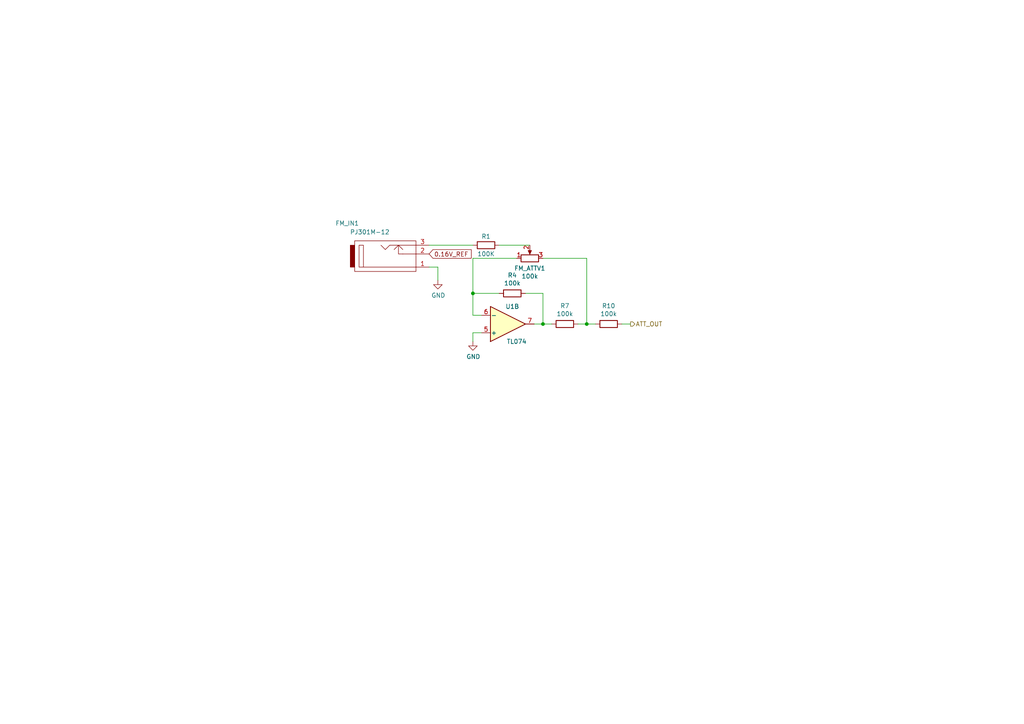
<source format=kicad_sch>
(kicad_sch (version 20230121) (generator eeschema)
  (paper "A4")
  (lib_symbols
    (symbol "Amplifier_Operational:TL074" (pin_names (offset 0.127))
      (property "Reference" "U" (at 0 5.08 0))
      (property "Value" "TL074" (at 0 -5.08 0))
      (symbol "TL074_1_1"
        (polyline (pts (xy -5.08 5.08) (xy 5.08 0) (xy -5.08 -5.08) (xy -5.08 5.08)) (stroke (width 0.254)) (fill (type background)))
        (pin output line (at 7.62 0 180) (length 2.54) (name "~") (number "1"))
        (pin input line (at -7.62 -2.54 0) (length 2.54) (name "-") (number "2"))
        (pin input line (at -7.62 2.54 0) (length 2.54) (name "+") (number "3"))
      )
      (symbol "TL074_2_1"
        (polyline (pts (xy -5.08 5.08) (xy 5.08 0) (xy -5.08 -5.08) (xy -5.08 5.08)) (stroke (width 0.254)) (fill (type background)))
        (pin input line (at -7.62 2.54 0) (length 2.54) (name "+") (number "5"))
        (pin input line (at -7.62 -2.54 0) (length 2.54) (name "-") (number "6"))
        (pin output line (at 7.62 0 180) (length 2.54) (name "~") (number "7"))
      )
      (symbol "TL074_3_1"
        (polyline (pts (xy -5.08 5.08) (xy 5.08 0) (xy -5.08 -5.08) (xy -5.08 5.08)) (stroke (width 0.254)) (fill (type background)))
        (pin input line (at -7.62 2.54 0) (length 2.54) (name "+") (number "10"))
        (pin output line (at 7.62 0 180) (length 2.54) (name "~") (number "8"))
        (pin input line (at -7.62 -2.54 0) (length 2.54) (name "-") (number "9"))
      )
      (symbol "TL074_4_1"
        (polyline (pts (xy -5.08 5.08) (xy 5.08 0) (xy -5.08 -5.08) (xy -5.08 5.08)) (stroke (width 0.254)) (fill (type background)))
        (pin input line (at -7.62 2.54 0) (length 2.54) (name "+") (number "12"))
        (pin input line (at -7.62 -2.54 0) (length 2.54) (name "-") (number "13"))
        (pin output line (at 7.62 0 180) (length 2.54) (name "~") (number "14"))
      )
      (symbol "TL074_5_1"
        (pin power_in line (at -2.54 -7.62 90) (length 3.81) (name "V-") (number "11"))
        (pin power_in line (at -2.54 7.62 270) (length 3.81) (name "V+") (number "4"))
      )
    )
    (symbol "Device:R" (pin_numbers hide) (pin_names (offset 0))
      (property "Reference" "R" (at 2.032 0 90))
      (property "Value" "R" (at 0 0 90))
      (symbol "R_0_1"
        (rectangle (start -1.016 -2.54) (end 1.016 2.54) (stroke (width 0.254)))
      )
      (symbol "R_1_1"
        (pin passive line (at 0 3.81 270) (length 1.27) (name "~") (number "1"))
        (pin passive line (at 0 -3.81 90) (length 1.27) (name "~") (number "2"))
      )
    )
    (symbol "Schraeg-rescue:PJ301M-12-eurocad" (pin_names (offset 1.016))
      (property "Reference" "J" (at -8.89 -5.08 0))
      (property "Value" "eurocad_PJ301M-12" (at -3.81 6.35 0))
      (symbol "PJ301M-12-eurocad_0_1"
        (rectangle (start -11.43 3.81) (end -10.16 -2.54) (fill (type outline)))
        (polyline (pts (xy 3.81 0) (xy 7.62 0) (xy 7.62 0)))
        (polyline (pts (xy 0 -2.54) (xy -1.27 -1.27) (xy -2.54 -2.54) (xy -2.54 -2.54)))
        (polyline (pts (xy 0 -2.54) (xy 7.62 -2.54) (xy 7.62 -2.54) (xy 7.62 -2.54)))
        (polyline (pts (xy 1.27 -1.27) (xy 2.54 -2.54) (xy 3.81 -1.27) (xy 3.81 -1.27)))
        (polyline (pts (xy 3.81 0) (xy 2.54 0) (xy 2.54 -2.54) (xy 2.54 -2.54)))
        (polyline (pts (xy 7.62 3.81) (xy -8.89 3.81) (xy -8.89 -2.54) (xy -7.62 -2.54) (xy -7.62 3.81)))
        (rectangle (start 7.62 -3.81) (end -10.16 5.08))
      )
      (symbol "PJ301M-12-eurocad_1_1"
        (pin passive line (at 11.43 3.81 180) (length 3.81) (name "~") (number "1"))
        (pin passive line (at 11.43 0 180) (length 3.81) (name "~") (number "2"))
        (pin passive line (at 11.43 -2.54 180) (length 3.81) (name "~") (number "3"))
      )
    )
    (symbol "Schraeg-rescue:R_POT-Device" (pin_names (offset 1.016) hide)
      (property "Reference" "RV" (at -4.445 0 90))
      (property "Value" "Device_R_POT" (at -2.54 0 90))
      (symbol "R_POT-Device_0_1"
        (polyline (pts (xy 2.54 0) (xy 1.524 0)))
        (polyline (pts (xy 1.143 0) (xy 2.286 0.508) (xy 2.286 -0.508) (xy 1.143 0)) (fill (type outline)))
        (rectangle (start 1.016 2.54) (end -1.016 -2.54) (stroke (width 0.254)))
      )
      (symbol "R_POT-Device_1_1"
        (pin passive line (at 0 3.81 270) (length 1.27) (name "1") (number "1"))
        (pin passive line (at 3.81 0 180) (length 1.27) (name "2") (number "2"))
        (pin passive line (at 0 -3.81 90) (length 1.27) (name "3") (number "3"))
      )
    )
    (symbol "power:GND" (power) (pin_names (offset 0))
      (property "Value" "GND" (at 0 -3.81 0))
      (symbol "GND_0_1"
        (polyline (pts (xy 0 0) (xy 0 -1.27) (xy 1.27 -1.27) (xy 0 -2.54) (xy -1.27 -1.27) (xy 0 -1.27)))
      )
      (symbol "GND_1_1"
        (pin power_in line (at 0 0 270) (length 0) hide (name "GND") (number "1"))
      )
    )
  )
  (junction (at 137.16 85.09))
  (junction (at 170.18 93.98))
  (junction (at 157.48 93.98))
  (wire (pts (xy 152.4 85.09) (xy 157.48 85.09)))
  (wire (pts (xy 157.48 74.93) (xy 170.18 74.93)))
  (wire (pts (xy 137.16 71.12) (xy 124.46 71.12)))
  (wire (pts (xy 170.18 74.93) (xy 170.18 93.98)))
  (wire (pts (xy 127 77.47) (xy 127 81.28)))
  (wire (pts (xy 124.46 77.47) (xy 127 77.47)))
  (wire (pts (xy 137.16 74.93) (xy 149.86 74.93)))
  (wire (pts (xy 144.78 71.12) (xy 153.67 71.12)))
  (wire (pts (xy 137.16 91.44) (xy 139.7 91.44)))
  (wire (pts (xy 137.16 74.93) (xy 137.16 85.09)))
  (wire (pts (xy 180.34 93.98) (xy 182.88 93.98)))
  (wire (pts (xy 139.7 96.52) (xy 137.16 96.52)))
  (wire (pts (xy 157.48 85.09) (xy 157.48 93.98)))
  (wire (pts (xy 137.16 85.09) (xy 137.16 91.44)))
  (wire (pts (xy 137.16 96.52) (xy 137.16 99.06)))
  (wire (pts (xy 170.18 93.98) (xy 172.72 93.98)))
  (wire (pts (xy 157.48 93.98) (xy 154.94 93.98)))
  (wire (pts (xy 144.78 85.09) (xy 137.16 85.09)))
  (wire (pts (xy 170.18 93.98) (xy 167.64 93.98)))
  (wire (pts (xy 157.48 93.98) (xy 160.02 93.98)))
  (global_label "0.16V_REF" (shape input) (at 124.46 73.66 0) (property "Intersheetrefs" "${INTERSHEET_REFS}" (effects hide)))
  (hierarchical_label "ATT_OUT" (shape output) (at 182.88 93.98 0))
  (symbol (lib_id "power:GND") (at 137.16 99.06 0) (unit 1)
    (property "Reference" "#PWR04" (effects hide))
    (property "Value" "GND" (at 137.287 103.4542 0))
    (instances (project "Schraeg" (path "" (reference "#PWR04") (unit 1)) (path "" (reference "#PWR04") (unit 1)) (path "" (reference "#PWR04") (unit 1)) (path "" (reference "#PWR05") (unit 1)) (path "" (reference "#PWR076") (unit 1))))
  )
  (symbol (lib_id "Device:R") (at 163.83 93.98 270) (unit 1)
    (property "Reference" "R7" (at 163.83 88.7222 90))
    (property "Value" "100k" (at 163.83 91.0336 90))
    (property "Footprint" "Resistor_SMD:R_0603_1608Metric_Pad1.05x0.95mm_HandSolder" (effects hide))
    (instances (project "Schraeg" (path "" (reference "R7") (unit 1)) (path "" (reference "R7") (unit 1)) (path "" (reference "R7") (unit 1)) (path "" (reference "R8") (unit 1)) (path "" (reference "R97") (unit 1))))
  )
  (symbol (lib_id "Device:R") (at 140.97 71.12 90) (unit 1)
    (property "Reference" "R1" (at 140.97 68.58 90))
    (property "Value" "100K" (at 140.97 73.66 90))
    (property "Footprint" "Resistor_SMD:R_0603_1608Metric_Pad1.05x0.95mm_HandSolder" (effects hide))
    (instances (project "Schraeg" (path "" (reference "R1") (unit 1)) (path "" (reference "R1") (unit 1)) (path "" (reference "R1") (unit 1)) (path "" (reference "R2") (unit 1)) (path "" (reference "R95") (unit 1))))
  )
  (symbol (lib_id "Schraeg-rescue:PJ301M-12-eurocad") (at 113.03 73.66 0) (mirror x) (unit 1)
    (property "Reference" "FM_IN1" (at 104.14 64.77 0) (effects (justify right)))
    (property "Value" "PJ301M-12" (at 113.03 67.31 0) (effects (justify right)))
    (property "Footprint" "Eurocad:PJ301M-12" (effects hide))
    (instances (project "Schraeg" (path "" (reference "FM_IN1") (unit 1)) (path "" (reference "FM_IN1") (unit 1)) (path "" (reference "FM_IN1") (unit 1)) (path "" (reference "FM_IN2") (unit 1)) (path "" (reference "FM_IN3") (unit 1))))
  )
  (symbol (lib_id "Schraeg-rescue:R_POT-Device") (at 153.67 74.93 90) (unit 1)
    (property "Reference" "FM_ATTV1" (at 153.67 77.8256 90))
    (property "Value" "100k" (at 153.67 80.137 90))
    (property "Footprint" "Eurocad:Alpha9mmPot" (effects hide))
    (instances (project "Schraeg" (path "" (reference "FM_ATTV1") (unit 1)) (path "" (reference "FM_ATTV1") (unit 1)) (path "" (reference "FM_ATTV1") (unit 1)) (path "" (reference "FM_ATTV2") (unit 1)) (path "" (reference "FM_ATTV3") (unit 1))))
  )
  (symbol (lib_id "power:GND") (at 127 81.28 0) (unit 1)
    (property "Reference" "#PWR01" (effects hide))
    (property "Value" "GND" (at 127.127 85.6742 0))
    (instances (project "Schraeg" (path "" (reference "#PWR01") (unit 1)) (path "" (reference "#PWR01") (unit 1)) (path "" (reference "#PWR01") (unit 1)) (path "" (reference "#PWR03") (unit 1)) (path "" (reference "#PWR075") (unit 1))))
  )
  (symbol (lib_id "Amplifier_Operational:TL074") (at 147.32 93.98 0) (mirror x) (unit 2)
    (property "Reference" "U1" (at 148.59 88.9 0))
    (property "Value" "TL074" (at 149.86 99.06 0))
    (property "Footprint" "Package_SO:SOIC-14_3.9x8.7mm_P1.27mm" (effects hide))
    (property "Datasheet" "http://www.ti.com/lit/ds/symlink/tl071.pdf" (effects hide))
    (instances (project "Schraeg" (path "" (reference "U1") (unit 2)) (path "" (reference "U1") (unit 2)) (path "" (reference "U1") (unit 2)) (path "" (reference "U9") (unit 2)) (path "" (reference "U11") (unit 2))))
  )
  (symbol (lib_id "Device:R") (at 148.59 85.09 270) (unit 1)
    (property "Reference" "R4" (at 148.59 79.8322 90))
    (property "Value" "100k" (at 148.59 82.1436 90))
    (property "Footprint" "Resistor_SMD:R_0603_1608Metric_Pad1.05x0.95mm_HandSolder" (effects hide))
    (instances (project "Schraeg" (path "" (reference "R4") (unit 1)) (path "" (reference "R4") (unit 1)) (path "" (reference "R4") (unit 1)) (path "" (reference "R5") (unit 1)) (path "" (reference "R96") (unit 1))))
  )
  (symbol (lib_id "Device:R") (at 176.53 93.98 270) (unit 1)
    (property "Reference" "R10" (at 176.53 88.7222 90))
    (property "Value" "100k" (at 176.53 91.0336 90))
    (property "Footprint" "Resistor_SMD:R_0603_1608Metric_Pad1.05x0.95mm_HandSolder" (effects hide))
    (instances (project "Schraeg" (path "" (reference "R10") (unit 1)) (path "" (reference "R10") (unit 1)) (path "" (reference "R10") (unit 1)) (path "" (reference "R13") (unit 1)) (path "" (reference "R98") (unit 1))))
  )
)
</source>
